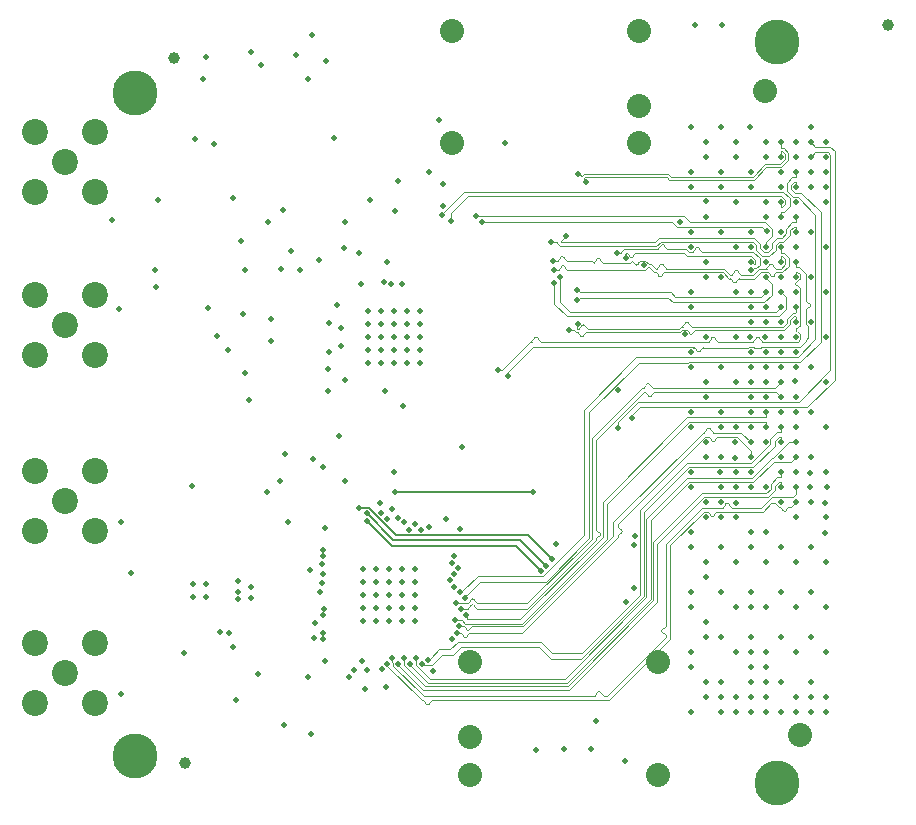
<source format=gbr>
G04 Layer_Physical_Order=3*
G04 Layer_Color=16776960*
%FSLAX26Y26*%
%MOIN*%
%TF.FileFunction,Copper,L3,Inr,Signal*%
%TF.Part,Single*%
G01*
G75*
%TA.AperFunction,Conductor*%
%ADD10C,0.005000*%
%ADD11C,0.004000*%
%TA.AperFunction,SMDPad,CuDef*%
%ADD40C,0.039370*%
%TA.AperFunction,ComponentPad*%
%ADD41C,0.080000*%
%ADD42C,0.150000*%
%ADD43C,0.086614*%
%ADD44C,0.039370*%
%TA.AperFunction,ViaPad*%
%ADD45C,0.020000*%
%ADD46C,0.019685*%
D10*
X5953062Y6576000D02*
X6042562Y6486500D01*
X6457643Y6470771D02*
X6545207Y6383207D01*
X6444000Y6450000D02*
X6528000Y6366000D01*
X6034564Y6470771D02*
X6457643D01*
X5947000Y6558334D02*
X6034564Y6470771D01*
X6485563Y6486500D02*
X6564395Y6407667D01*
X5921622Y6576000D02*
X5953062D01*
X5946000Y6534000D02*
X6030000Y6450000D01*
X6444000D01*
X6042562Y6486500D02*
X6485563D01*
X6039000Y6630000D02*
X6500000D01*
D11*
X6869445Y6976000D02*
G03*
X6876945Y6983500I0J7500D01*
G01*
X6891945D02*
G03*
X6876945Y6983500I-7500J0D01*
G01*
X6891945D02*
G03*
X6899445Y6976000I7500J0D01*
G01*
X6284528Y6258000D02*
G03*
X6292028Y6265500I0J7500D01*
G01*
X6307028D02*
G03*
X6292028Y6265500I-7500J0D01*
G01*
X6307028D02*
G03*
X6314528Y6258000I7500J0D01*
G01*
X6284000Y6239000D02*
G03*
X6291500Y6246500I0J7500D01*
G01*
X6306500D02*
G03*
X6291500Y6246500I-7500J0D01*
G01*
X6306500D02*
G03*
X6314000Y6239000I7500J0D01*
G01*
X6718000Y6480390D02*
G03*
X6710500Y6472890I0J-7500D01*
G01*
X6718000Y6480390D02*
G03*
X6718000Y6495390I0J7500D01*
G01*
X6710500Y6502890D02*
G03*
X6718000Y6495390I7500J0D01*
G01*
X6882744Y6954500D02*
G03*
X6875244Y6962000I-7500J0D01*
G01*
X6882744Y6954500D02*
G03*
X6897744Y6954500I7500J0D01*
G01*
X6905244Y6962000D02*
G03*
X6897744Y6954500I0J-7500D01*
G01*
X6277441Y6175500D02*
G03*
X6269941Y6183000I-7500J0D01*
G01*
X6277441Y6175500D02*
G03*
X6292441Y6175500I7500J0D01*
G01*
X6299941Y6183000D02*
G03*
X6292441Y6175500I0J-7500D01*
G01*
X7071574Y6827000D02*
G03*
X7079074Y6834500I0J7500D01*
G01*
X7094074D02*
G03*
X7079074Y6834500I-7500J0D01*
G01*
X7094074D02*
G03*
X7101574Y6827000I7500J0D01*
G01*
X6790336Y6490501D02*
G03*
X6782836Y6483001I0J-7500D01*
G01*
X6790336Y6490501D02*
G03*
X6790336Y6505501I0J7500D01*
G01*
X6782836Y6513001D02*
G03*
X6790336Y6505501I7500J0D01*
G01*
X7094873Y6805500D02*
G03*
X7087373Y6813000I-7500J0D01*
G01*
X7094873Y6805500D02*
G03*
X7109873Y6805500I7500J0D01*
G01*
X7117373Y6813000D02*
G03*
X7109873Y6805500I0J-7500D01*
G01*
X6268500Y6151500D02*
G03*
X6261000Y6159000I-7500J0D01*
G01*
X6268500Y6151500D02*
G03*
X6283500Y6151500I7500J0D01*
G01*
X6291000Y6159000D02*
G03*
X6283500Y6151500I0J-7500D01*
G01*
X6821500Y7417500D02*
G03*
X6836500Y7417500I7500J0D01*
G01*
X6821500D02*
G03*
X6814000Y7425000I-7500J0D01*
G01*
X7026074Y7415926D02*
G03*
X7026000Y7416000I-74J0D01*
G01*
X6844000Y7425000D02*
G03*
X6836500Y7417500I0J-7500D01*
G01*
X6918201Y7439000D02*
G03*
X6925701Y7446500I0J7500D01*
G01*
X6940701D02*
G03*
X6925701Y7446500I-7500J0D01*
G01*
X7034373Y7430000D02*
G03*
X7041873Y7437500I0J7500D01*
G01*
X7056873D02*
G03*
X7064373Y7430000I7500J0D01*
G01*
X6940701Y7446500D02*
G03*
X6948201Y7439000I7500J0D01*
G01*
X7056873Y7437500D02*
G03*
X7041873Y7437500I-7500J0D01*
G01*
X7156074Y6584500D02*
G03*
X7141074Y6584500I-7500J0D01*
G01*
X7156074D02*
G03*
X7163574Y6577000I7500J0D01*
G01*
X7133574D02*
G03*
X7141074Y6584500I0J7500D01*
G01*
X6936500Y6173623D02*
G03*
X6944000Y6181123I0J7500D01*
G01*
X6936500Y6173623D02*
G03*
X6936500Y6158623I0J-7500D01*
G01*
X6944000Y6151123D02*
G03*
X6936500Y6158623I-7500J0D01*
G01*
X6728363Y5956805D02*
G03*
X6713363Y5956805I-7500J0D01*
G01*
X6728363D02*
G03*
X6735863Y5949305I7500J0D01*
G01*
X6705863D02*
G03*
X6713363Y5956805I0J7500D01*
G01*
X6917340Y7354500D02*
G03*
X6909840Y7362000I-7500J0D01*
G01*
X6586000Y7369000D02*
G03*
X6593500Y7376500I0J7500D01*
G01*
X6608500D02*
G03*
X6593500Y7376500I-7500J0D01*
G01*
X6608500D02*
G03*
X6616000Y7369000I7500J0D01*
G01*
X7166127Y7333500D02*
G03*
X7181127Y7333500I7500J0D01*
G01*
X7166127D02*
G03*
X7158627Y7341000I-7500J0D01*
G01*
X6917340Y7354500D02*
G03*
X6932340Y7354500I7500J0D01*
G01*
X6939840Y7362000D02*
G03*
X6932340Y7354500I0J-7500D01*
G01*
X7188627Y7341000D02*
G03*
X7181127Y7333500I0J-7500D01*
G01*
X7292098Y7354500D02*
G03*
X7307098Y7354500I7500J0D01*
G01*
X7314598Y7362000D02*
G03*
X7307098Y7354500I0J-7500D01*
G01*
X7292098D02*
G03*
X7284598Y7362000I-7500J0D01*
G01*
X6838127Y7393500D02*
G03*
X6853127Y7393500I7500J0D01*
G01*
X6583787Y7399000D02*
G03*
X6591287Y7406500I0J7500D01*
G01*
X6606287D02*
G03*
X6591287Y7406500I-7500J0D01*
G01*
X6606287D02*
G03*
X6613787Y7399000I7500J0D01*
G01*
X6725872Y7400500D02*
G03*
X6733372Y7393000I7500J0D01*
G01*
X6703372D02*
G03*
X6710872Y7400500I0J7500D01*
G01*
X6838127Y7393500D02*
G03*
X6830627Y7401000I-7500J0D01*
G01*
X6725872Y7400500D02*
G03*
X6710872Y7400500I-7500J0D01*
G01*
X6860627Y7401000D02*
G03*
X6853127Y7393500I0J-7500D01*
G01*
X7163598Y7353000D02*
G03*
X7171098Y7360500I0J7500D01*
G01*
X6937311Y7381500D02*
G03*
X6944811Y7374000I7500J0D01*
G01*
X6914811D02*
G03*
X6922311Y7381500I0J7500D01*
G01*
X7186098Y7360500D02*
G03*
X7171098Y7360500I-7500J0D01*
G01*
X7186098D02*
G03*
X7193598Y7353000I7500J0D01*
G01*
X6937311Y7381500D02*
G03*
X6922311Y7381500I-7500J0D01*
G01*
X7302127D02*
G03*
X7309627Y7374000I7500J0D01*
G01*
X7279627D02*
G03*
X7287127Y7381500I0J7500D01*
G01*
X7302127D02*
G03*
X7287127Y7381500I-7500J0D01*
G01*
X7046127Y7103500D02*
G03*
X7061127Y7103500I7500J0D01*
G01*
X7046127D02*
G03*
X7038627Y7111000I-7500J0D01*
G01*
X7068627D02*
G03*
X7061127Y7103500I0J-7500D01*
G01*
X7417115Y7142249D02*
G03*
X7411000Y7131503I6385J-10746D01*
G01*
X7418500Y7244003D02*
G03*
X7411000Y7236503I0J-7500D01*
G01*
X7418500Y7244003D02*
G03*
X7418500Y7259003I0J7500D01*
G01*
X7411000Y7266503D02*
G03*
X7418500Y7259003I7500J0D01*
G01*
X6496570Y7131000D02*
G03*
X6504070Y7138500I0J7500D01*
G01*
X6519070D02*
G03*
X6526570Y7131000I7500J0D01*
G01*
X6519070Y7138500D02*
G03*
X6504070Y7138500I-7500J0D01*
G01*
X7086497Y7130000D02*
G03*
X7093997Y7137500I0J7500D01*
G01*
X7108997D02*
G03*
X7116497Y7130000I7500J0D01*
G01*
X7108997Y7137500D02*
G03*
X7093997Y7137500I-7500J0D01*
G01*
X7235627Y7130000D02*
G03*
X7243127Y7137500I0J7500D01*
G01*
X7258127D02*
G03*
X7243127Y7137500I-7500J0D01*
G01*
X7258127D02*
G03*
X7265627Y7130000I7500J0D01*
G01*
X7392000Y7154373D02*
G03*
X7384500Y7161873I-7500J0D01*
G01*
Y7176873D02*
G03*
X7384500Y7161873I0J-7500D01*
G01*
Y7176873D02*
G03*
X7392000Y7184373I0J7500D01*
G01*
X7383500Y7331127D02*
G03*
X7383500Y7316127I0J-7500D01*
G01*
X7391000Y7308627D02*
G03*
X7383500Y7316127I-7500J0D01*
G01*
Y7331127D02*
G03*
X7391000Y7338627I0J7500D01*
G01*
X6653389Y7172000D02*
G03*
X6660889Y7179500I0J7500D01*
G01*
X6675889D02*
G03*
X6683389Y7172000I7500J0D01*
G01*
X6675889Y7179500D02*
G03*
X6660889Y7179500I-7500J0D01*
G01*
X7021730Y7187500D02*
G03*
X7029230Y7180000I7500J0D01*
G01*
X6999230D02*
G03*
X7006730Y7187500I0J7500D01*
G01*
X7021730D02*
G03*
X7006730Y7187500I-7500J0D01*
G01*
X6656747Y7154500D02*
G03*
X6671747Y7154500I7500J0D01*
G01*
X6656747D02*
G03*
X6649247Y7162000I-7500J0D01*
G01*
X6679247D02*
G03*
X6671747Y7154500I0J-7500D01*
G01*
X7020873Y7162500D02*
G03*
X7035873Y7162500I7500J0D01*
G01*
X7043373Y7170000D02*
G03*
X7035873Y7162500I0J-7500D01*
G01*
X7020873D02*
G03*
X7013373Y7170000I-7500J0D01*
G01*
X6142564Y5927805D02*
G03*
X6135064Y5935305I-7500J0D01*
G01*
X6142564Y5927805D02*
G03*
X6157564Y5927805I7500J0D01*
G01*
X6165064Y5935305D02*
G03*
X6157564Y5927805I0J-7500D01*
G01*
X7091873Y6555500D02*
G03*
X7084373Y6563000I-7500J0D01*
G01*
X7091873Y6555500D02*
G03*
X7106873Y6555500I7500J0D01*
G01*
X7114373Y6563000D02*
G03*
X7106873Y6555500I0J-7500D01*
G01*
X7331873Y6572500D02*
G03*
X7324373Y6580000I-7500J0D01*
G01*
X7331873Y6572500D02*
G03*
X7346873Y6572500I7500J0D01*
G01*
X7354373Y6580000D02*
G03*
X7346873Y6572500I0J-7500D01*
G01*
X7326000Y6680343D02*
Y6696000D01*
X7323657Y6678000D02*
X7326000Y6680343D01*
X7314544Y6678000D02*
X7323657D01*
X6768836Y6529262D02*
X7066574Y6827000D01*
X6464722Y6191000D02*
X6747997Y6474275D01*
X6275515Y6191000D02*
X6464722D01*
X7273657Y6864000D02*
X7276000Y6861657D01*
X7195000Y6827000D02*
X7226000Y6796000D01*
X6276000Y6219000D02*
X6278970Y6216030D01*
X6892613Y6535240D02*
X7020373Y6663000D01*
X7307334Y6650991D02*
X7320343Y6664000D01*
X7323657D02*
X7326000Y6661657D01*
X7320343Y6664000D02*
X7323657D01*
X7326000Y6646000D02*
Y6661657D01*
X6914613Y6262961D02*
Y6457240D01*
X7307334Y6634908D02*
Y6650991D01*
X7293334Y6656790D02*
X7314544Y6678000D01*
X7284426Y6612000D02*
X7307334Y6634908D01*
X6900613Y6463039D02*
X7063574Y6626000D01*
X6070213Y6054325D02*
Y6076458D01*
X7293334Y6640707D02*
Y6656790D01*
X7278627Y6626000D02*
X7293334Y6640707D01*
X6914613Y6457240D02*
X7069373Y6612000D01*
X6944000Y6457426D02*
X7063574Y6577000D01*
X7307657Y6592024D02*
X7310000Y6589681D01*
Y6589373D02*
X7319373Y6580000D01*
X6279884Y6287004D02*
X6323880Y6331000D01*
X6275102Y6281487D02*
X6279884Y6286268D01*
Y6287004D01*
X6257787Y6296842D02*
X6262117D01*
X7217127Y7081000D02*
X7218127Y7080000D01*
X6782836Y6523463D02*
X7072373Y6813000D01*
X7180627D02*
X7226000Y6767627D01*
X6468036Y6183000D02*
X6768836Y6483799D01*
X6853373Y7061000D02*
X7018373D01*
X7373373Y7626000D02*
X7395497D01*
X6669500Y6903997D02*
X6845503Y7080000D01*
X7391497Y7062000D02*
X7460000Y7130503D01*
X6534627Y6350000D02*
X6669500Y6484873D01*
X7032627Y7080000D02*
X7033627Y7081000D01*
X7236188Y7390142D02*
X7239657D01*
X7242000Y7392485D01*
X7230843Y7369000D02*
X7237985Y7376142D01*
X7310000Y6962000D02*
X7326000Y6946000D01*
X6241000Y6203000D02*
X6263515D01*
X6458924Y6205000D02*
X6733997Y6480074D01*
X6278970Y6207343D02*
Y6216030D01*
X6733997Y6596424D02*
X7015574Y6878000D01*
X7482627Y7762000D02*
X7492000Y7752627D01*
X6829000Y6875130D02*
X6832061Y6878191D01*
Y6885634D01*
X6858427Y6912000D01*
X7242000Y7392485D02*
Y7402627D01*
X7004574Y7425000D02*
X7013574Y7416000D01*
X7226000Y7396000D02*
X7230330D01*
X7236188Y7390142D01*
X7228627Y7416000D02*
X7242000Y7402627D01*
X6747182Y5949305D02*
X6944000Y6146123D01*
X6958000Y6451627D02*
X7069373Y6563000D01*
X6463835Y6159000D02*
X6782836Y6478001D01*
X7226000Y6746000D02*
Y6767627D01*
X6267634Y6301624D02*
X6316010Y6350000D01*
X6262117Y6296842D02*
X6266898Y6301624D01*
X6267634D01*
X7295563Y6592024D02*
X7307657D01*
X7266539Y6563000D02*
X7295563Y6592024D01*
X7310000Y6589373D02*
Y6589681D01*
X7360000Y6580000D02*
X7376000Y6596000D01*
X6480811Y6258000D02*
X6696500Y6473689D01*
Y6808055D02*
X6864445Y6976000D01*
X7306000D02*
X7326000Y6996000D01*
X6696500Y6473689D02*
Y6808055D01*
X6710500Y6802256D02*
X6870244Y6962000D01*
X6481610Y6239000D02*
X6710500Y6467890D01*
X6275102Y6277158D02*
Y6281487D01*
X6542497Y6331000D02*
X6688500Y6477003D01*
X7033627Y7081000D02*
X7217127D01*
X6845503Y7080000D02*
X7032627D01*
X7346000Y7633574D02*
X7367574Y7612000D01*
X7218127Y7080000D02*
X7382627D01*
X7018373Y7061000D02*
X7019373Y7062000D01*
X6809000Y7423762D02*
Y7425000D01*
X6807895Y7419343D02*
Y7422657D01*
Y7419343D02*
X6807939Y7419299D01*
Y7412061D02*
Y7419299D01*
Y7412061D02*
X6811000Y7409000D01*
X7234426Y7430000D02*
X7256000Y7408426D01*
X7010373Y7439000D02*
X7019373Y7430000D01*
X6780094Y7427094D02*
X6792533D01*
X6779000Y7426000D02*
X6780094Y7427094D01*
X6807895Y7422657D02*
X6809000Y7423762D01*
X6795000Y7429561D02*
Y7430799D01*
X6792533Y7427094D02*
X6795000Y7429561D01*
X6864445Y6976000D02*
X6869445D01*
X6899445D02*
X7306000D01*
X6244528Y6258000D02*
X6284528D01*
X6314528D02*
X6480811D01*
X6259000Y6239000D02*
X6284000D01*
X6314000D02*
X6481610D01*
X6710500Y6467890D02*
Y6472890D01*
Y6502890D02*
Y6802256D01*
X6870244Y6962000D02*
X6875244D01*
X6905244D02*
X7310000D01*
X6281314Y6205000D02*
X6458924D01*
X6278970Y6207343D02*
X6281314Y6205000D01*
X6733997Y6480074D02*
Y6596424D01*
X7015574Y6878000D02*
X7273657D01*
X6747997Y6474275D02*
Y6590625D01*
X7021373Y6864000D02*
X7273657D01*
X6747997Y6590625D02*
X7021373Y6864000D01*
X6263515Y6203000D02*
X6275515Y6191000D01*
X6254941Y6183000D02*
X6269941D01*
X6299941D02*
X6468036D01*
X7066574Y6827000D02*
X7071574D01*
X7101574D02*
X7195000D01*
X6782836Y6478001D02*
Y6483001D01*
Y6513001D02*
Y6523463D01*
X7072373Y6813000D02*
X7087373D01*
X7117373D02*
X7180627D01*
X6246000Y6159000D02*
X6261000D01*
X6291000D02*
X6463835D01*
X7020373Y6663000D02*
X7235426D01*
X6892613Y6272074D02*
Y6535240D01*
X7063574Y6626000D02*
X7278627D01*
X7069373Y6612000D02*
X7284426D01*
X6944000Y6181123D02*
Y6457426D01*
X6958000Y6140324D02*
Y6451627D01*
X6669500Y6484873D02*
Y6903997D01*
X6316010Y6350000D02*
X6534627D01*
X6688500Y6477003D02*
Y6896127D01*
X6323880Y6331000D02*
X6542497D01*
X6688500Y6896127D02*
X6853373Y7061000D01*
X7019373Y7062000D02*
X7391497D01*
X6768836Y6483799D02*
Y6529262D01*
X7301373Y6744000D02*
X7353373Y6796000D01*
X7376000D01*
X7360000Y6730000D02*
X7376000Y6746000D01*
X7273657Y6878000D02*
X7276000Y6880343D01*
Y6896000D01*
Y6846000D02*
Y6861657D01*
X7382627Y7080000D02*
X7442000Y7139373D01*
X7460000Y7130503D02*
Y7561497D01*
X7395497Y7626000D02*
X7460000Y7561497D01*
X7367574Y7612000D02*
X7382627D01*
X7442000Y7552627D01*
Y7139373D02*
Y7552627D01*
X7491497Y7780000D02*
X7505927Y7765570D01*
X7442000Y7762000D02*
X7482627D01*
X7426000Y7746000D02*
X7442000Y7762000D01*
X7426000Y7796000D02*
X7442000Y7780000D01*
X7491497D01*
X7492000Y7034627D02*
Y7752627D01*
X6849557Y6930000D02*
X7387373D01*
X7492000Y7034627D01*
X6858427Y6912000D02*
X7414627D01*
X7505927Y7003300D01*
Y7765570D01*
X6784000Y6844000D02*
Y6864443D01*
X6849557Y6930000D01*
X7360000Y7639373D02*
X7373373Y7626000D01*
X7360000Y7639373D02*
Y7653657D01*
X7370343Y7664000D01*
X7373657D01*
X7376000Y7661657D01*
Y7646000D02*
Y7661657D01*
Y7680343D02*
Y7696000D01*
X7346000Y7633574D02*
Y7659456D01*
X7373657Y7678000D02*
X7376000Y7680343D01*
X7346000Y7659456D02*
X7364544Y7678000D01*
X7373657D01*
X7026147Y7416000D02*
X7228627D01*
X6809000Y7425000D02*
X6814000D01*
X7026074Y7415926D02*
X7026147Y7416000D01*
X6844000Y7425000D02*
X7004574D01*
X7013574Y7416000D02*
X7026000D01*
X7237985Y7376142D02*
X7245456D01*
X7256000Y7386686D01*
Y7408426D01*
X7019373Y7430000D02*
X7034373D01*
X7064373D02*
X7234426D01*
X6948201Y7439000D02*
X7010373D01*
X7227000Y7369000D02*
X7230843D01*
X7376000Y6623000D02*
Y6646000D01*
X7366000Y6613000D02*
X7376000Y6623000D01*
X7260740Y6577000D02*
X7296740Y6613000D01*
X7366000D01*
X7235426Y6663000D02*
X7302426Y6730000D01*
X7360000D01*
X7229627Y6677000D02*
X7296627Y6744000D01*
X7301373D01*
X7163574Y6577000D02*
X7260740D01*
X7063574D02*
X7133574D01*
X6944000Y6146123D02*
Y6151123D01*
X6735863Y5949305D02*
X6747182D01*
X6135863D02*
X6705863D01*
X6030842Y6064129D02*
Y6076458D01*
Y6064129D02*
X6034528Y6060444D01*
Y6050640D02*
X6135863Y5949305D01*
X6034528Y6050640D02*
Y6060444D01*
X6015500Y6049869D02*
Y6056844D01*
Y6049869D02*
X6130064Y5935305D01*
X6050528Y6054211D02*
Y6057268D01*
X6070213Y6054325D02*
X6140538Y5984000D01*
X6089898Y6053676D02*
Y6057268D01*
X6570000Y7370000D02*
X6571000Y7369000D01*
X6875627D02*
X6885077Y7378450D01*
X6888391D02*
X6904840Y7362000D01*
X6885077Y7378450D02*
X6888391D01*
X7132627Y7362000D02*
X7153627Y7341000D01*
X7238598D02*
X7259598Y7362000D01*
X7326000Y7429343D02*
Y7446000D01*
X7328343Y7427000D02*
X7336627D01*
X7326000Y7429343D02*
X7328343Y7427000D01*
X7331598Y7362000D02*
X7354000Y7384402D01*
Y7409627D01*
X7336627Y7427000D02*
X7354000Y7409627D01*
X7137598Y7374000D02*
X7158598Y7353000D01*
X7233627D02*
X7254627Y7374000D01*
X7326627D02*
X7342000Y7389373D01*
X6886178Y7390450D02*
X6893361D01*
X6875627Y7401000D02*
X6886178Y7390450D01*
X6893361D02*
X6909811Y7374000D01*
X7326000Y7396000D02*
Y7412657D01*
X7342000Y7389373D02*
Y7404657D01*
X7326000Y7412657D02*
X7328343Y7415000D01*
X7331657D01*
X7342000Y7404657D01*
X6571000Y7369000D02*
X6586000D01*
X6904840Y7362000D02*
X6909840D01*
X6616000Y7369000D02*
X6875627D01*
X7153627Y7341000D02*
X7158627D01*
X7188627D02*
X7238598D01*
X6939840Y7362000D02*
X7132627D01*
X7314598D02*
X7331598D01*
X7259598D02*
X7284598D01*
X6733372Y7393000D02*
X6822627D01*
X6830627Y7401000D01*
X6568787Y7399000D02*
X6583787D01*
X6613787D02*
X6697372D01*
X6703372Y7393000D01*
X6860627Y7401000D02*
X6875627D01*
X6909811Y7374000D02*
X6914811D01*
X7158598Y7353000D02*
X7163598D01*
X6944811Y7374000D02*
X7137598D01*
X7193598Y7353000D02*
X7233627D01*
X7254627Y7374000D02*
X7279627D01*
X7309627D02*
X7326627D01*
X6559000Y7464000D02*
X6578331D01*
X6580674Y7458562D02*
X6591218Y7448017D01*
X6580674Y7458562D02*
Y7461657D01*
X6578331Y7464000D02*
X6580674Y7461657D01*
X7243151Y7436423D02*
Y7451476D01*
X7232627Y7462000D02*
X7243151Y7451476D01*
Y7436423D02*
X7263574Y7416000D01*
X7288426D01*
X7310000Y7437574D01*
Y7452627D01*
X7320524Y7463151D01*
X7335577D01*
X7357910Y7485484D01*
Y7501567D01*
X7370343Y7514000D01*
X7373657D01*
X7376000Y7511657D01*
Y7496000D02*
Y7511657D01*
X7257151Y7442222D02*
Y7457275D01*
Y7442222D02*
X7269373Y7430000D01*
X7282627D01*
X7296000Y7443373D01*
Y7458426D01*
X7314725Y7477151D01*
X7329778D01*
X7343910Y7491283D01*
Y7507366D01*
X7364544Y7528000D01*
X7373657D01*
X7376000Y7530343D01*
Y7546000D01*
X7264500Y7512000D02*
X7277500Y7499000D01*
X7276000Y7446000D02*
X7276343Y7446343D01*
Y7462000D02*
X7296000Y7481657D01*
X7276343Y7446343D02*
Y7462000D01*
X7296000Y7481657D02*
Y7506343D01*
X7273343Y7529000D02*
X7296000Y7506343D01*
X7277500Y7497500D02*
Y7499000D01*
X6192627Y7552000D02*
X6198051D01*
X7326000Y7546000D02*
Y7561657D01*
X7089426Y7630000D02*
X7334426D01*
X7326000Y7561657D02*
X7328343Y7564000D01*
X6271627Y7631000D02*
X7088426D01*
X7089426Y7630000D01*
X7328343Y7564000D02*
X7337456D01*
X7356000Y7582544D01*
X7334426Y7630000D02*
X7356000Y7608426D01*
Y7582544D02*
Y7608426D01*
X6227000Y7533728D02*
X6227364Y7533364D01*
X6227000Y7559503D02*
X6284497Y7617000D01*
X6227000Y7533728D02*
Y7559503D01*
X7326000Y7580343D02*
X7328343Y7578000D01*
X7331657D01*
X7342000Y7588343D01*
X7083627Y7616000D02*
X7328627D01*
X7326000Y7580343D02*
Y7596000D01*
X6284497Y7617000D02*
X7082627D01*
X7083627Y7616000D01*
X7328627D02*
X7342000Y7602627D01*
Y7588343D02*
Y7602627D01*
X6192627Y7552000D02*
X6271627Y7631000D01*
X7310000Y7230000D02*
X7326000Y7246000D01*
X6590000Y7346000D02*
X6592013Y7343987D01*
X7320000Y7216000D02*
X7343000Y7239000D01*
Y7279000D01*
X7326000Y7296000D02*
X7343000Y7279000D01*
X6570000Y7325000D02*
X6572014Y7322986D01*
X6652061Y7684939D02*
X6660175D01*
X6661376Y7683737D01*
X6649000Y7688000D02*
X6652061Y7684939D01*
X6661376Y7683737D02*
X6664690D01*
X6959063Y7680000D02*
X7232627D01*
X6664690Y7683737D02*
X6669952Y7689000D01*
X7232627Y7680000D02*
X7274595Y7721967D01*
X6950063Y7689000D02*
X6959063Y7680000D01*
X6669952Y7689000D02*
X6950063D01*
X7274595Y7721967D02*
X7324595D01*
X7326000Y7746000D02*
Y7763673D01*
X7328343Y7766016D01*
X7331657D01*
X7324595Y7721967D02*
X7342000Y7739373D01*
Y7755673D01*
X7331657Y7766016D02*
X7342000Y7755673D01*
X6671738Y7676689D02*
X6674081Y7679033D01*
X6678033Y7663033D02*
Y7667081D01*
X6671738Y7673376D02*
Y7676689D01*
Y7673376D02*
X6678033Y7667081D01*
X6954935Y7670033D02*
X7236756D01*
X7278724Y7712000D01*
X6945935Y7679033D02*
X6954935Y7670033D01*
X6674081Y7679033D02*
X6945935D01*
X7278724Y7712000D02*
X7328724D01*
X7326000Y7778327D02*
Y7796000D01*
X7328343Y7775984D02*
X7335785D01*
X7326000Y7778327D02*
X7328343Y7775984D01*
X7328724Y7712000D02*
X7351967Y7735244D01*
Y7759802D01*
X7335785Y7775984D02*
X7351967Y7759802D01*
X6416097Y7016584D02*
X6417681Y7015000D01*
X6416097Y7016584D02*
Y7028657D01*
X6499440Y7112000D01*
X7032627D01*
X7033627Y7111000D01*
X7218373D02*
X7219373Y7112000D01*
X7237479D01*
X7238488Y7110991D02*
X7260257D01*
X7237479Y7112000D02*
X7238488Y7110991D01*
X7260257D02*
X7261266Y7112000D01*
X7391497D01*
X7410000Y7189373D02*
Y7202627D01*
X7416074Y7142249D02*
Y7183299D01*
X7410000Y7189373D02*
X7416074Y7183299D01*
X7410000Y7202627D02*
X7411000Y7203627D01*
X7376000Y7380343D02*
X7378343Y7378000D01*
X7410000Y7311497D02*
Y7355456D01*
X7378343Y7378000D02*
X7387456D01*
X7376000Y7380343D02*
Y7396000D01*
X7387456Y7378000D02*
X7410000Y7355456D01*
Y7311497D02*
X7411000Y7310497D01*
X6384000Y7036000D02*
X6385029Y7037029D01*
X6397599D01*
X6491570Y7131000D01*
X7040497D02*
X7041497Y7130000D01*
X7215373D02*
X7216373Y7129000D01*
X7229627D02*
X7230627Y7130000D01*
X7216373Y7129000D02*
X7229627D01*
X7382627Y7130000D02*
X7392000Y7139373D01*
X7376000Y7346000D02*
Y7361657D01*
X7378343Y7364000D01*
X7381657D01*
X7391000Y7338627D02*
Y7354657D01*
X7392000Y7184373D02*
Y7302627D01*
X7391000Y7303627D02*
X7392000Y7302627D01*
X7381657Y7364000D02*
X7391000Y7354657D01*
X7033627Y7111000D02*
X7038627D01*
X7068627D02*
X7218373D01*
X7391497Y7112000D02*
X7411000Y7131503D01*
Y7203627D02*
Y7236503D01*
Y7266503D02*
Y7310497D01*
X6491570Y7131000D02*
X6496570D01*
X7116497Y7130000D02*
X7215373D01*
X7041497D02*
X7086497D01*
X6526570Y7131000D02*
X7040497D01*
X7230627Y7130000D02*
X7235627D01*
X7265627D02*
X7382627D01*
X7392000Y7139373D02*
Y7154373D01*
X7391000Y7303627D02*
Y7308627D01*
X7018373Y7281000D02*
X7019373Y7280000D01*
X7032627D01*
X6960119Y7296500D02*
X6975619Y7281000D01*
X7018373D01*
X7168373D02*
X7169373Y7280000D01*
X7260000D01*
X7032627D02*
X7033627Y7281000D01*
X7260000Y7280000D02*
X7276000Y7296000D01*
X6647000Y7304000D02*
X6649843D01*
X6657343Y7296500D02*
X6960119D01*
X7033627Y7281000D02*
X7168373D01*
X6649843Y7304000D02*
X6657343Y7296500D01*
X6648000Y7270000D02*
X6650843D01*
X6658343Y7277500D01*
X6952249D01*
X6967749Y7262000D02*
X7270426D01*
X6952249Y7277500D02*
X6967749Y7262000D01*
X7270426D02*
X7296000Y7287574D01*
X7276000Y7344083D02*
Y7346000D01*
X7296000Y7287574D02*
Y7324083D01*
X7276000Y7344083D02*
X7296000Y7324083D01*
X6646046Y7174343D02*
X6648389Y7172000D01*
X6646046Y7174343D02*
Y7177657D01*
X6646939Y7178550D01*
Y7184939D01*
X6986230Y7172000D02*
X6994230Y7180000D01*
X6646939Y7184939D02*
X6650000Y7188000D01*
X7332627Y7180000D02*
X7345879Y7193251D01*
Y7205678D01*
X7366201Y7226000D01*
X7373657D02*
X7376000Y7228343D01*
X7366201Y7226000D02*
X7373657D01*
X7376000Y7228343D02*
Y7246000D01*
X6622000Y7170000D02*
X6622590Y7170590D01*
X6635657D01*
X6644247Y7162000D01*
X6990373D02*
X6998373Y7170000D01*
X7336770D02*
X7355879Y7189109D01*
Y7201536D01*
X7370343Y7216000D01*
X7373657D01*
X7376000Y7196000D02*
Y7213657D01*
X7373657Y7216000D02*
X7376000Y7213657D01*
X6648389Y7172000D02*
X6653389D01*
X6683389D02*
X6986230D01*
X7029230Y7180000D02*
X7332627D01*
X6994230D02*
X6999230D01*
X6644247Y7162000D02*
X6649247D01*
X6679247D02*
X6990373D01*
X7043373Y7170000D02*
X7336770D01*
X6998373D02*
X7013373D01*
X6795000Y7430799D02*
X6803201Y7439000D01*
X6918201D01*
X6591218Y7448017D02*
X6911931D01*
X6963000Y7531000D02*
X6982000Y7512000D01*
X6330000Y7531000D02*
X6963000D01*
X6982000Y7512000D02*
X7264500D01*
X6911931Y7448017D02*
X6925914Y7462000D01*
X7232627D01*
X7004123Y7548000D02*
X7023123Y7529000D01*
X7273343D01*
X7238426Y7476000D02*
X7257151Y7457275D01*
X6594674Y7467674D02*
X6610000Y7483000D01*
X6594674Y7464360D02*
Y7467674D01*
Y7464360D02*
X6597017Y7462017D01*
X6906133D01*
X6920115Y7476000D01*
X7238426D01*
X7277500Y7499000D02*
X7279000D01*
X7277500Y7497500D02*
X7279000Y7499000D01*
X6309000Y7548000D02*
X7004123D01*
X6572014Y7256317D02*
Y7322986D01*
Y7256317D02*
X6612331Y7216000D01*
X7320000D01*
X6592013Y7263188D02*
Y7343987D01*
Y7263188D02*
X6625201Y7230000D01*
X7310000D01*
X6752981Y5935305D02*
X6958000Y6140324D01*
X6130064Y5935305D02*
X6135064D01*
X6165064D02*
X6752981D01*
X7069373Y6563000D02*
X7084373D01*
X7114373D02*
X7266539D01*
X7319373Y6580000D02*
X7324373D01*
X7354373D02*
X7360000D01*
X6050528Y6054211D02*
X6134739Y5970000D01*
X6621651D01*
X6914613Y6262961D01*
X6089898Y6053676D02*
X6150941Y5992632D01*
X6613171D01*
X6149939Y6071000D02*
X6154268D01*
X6159237Y6075969D01*
X6159597D01*
X6188356Y6104728D01*
X6133061Y6052939D02*
X6141130D01*
X6142069Y6052000D01*
X6162498D01*
X6196226Y6085728D01*
X7234426Y6712000D02*
X7306000Y6783574D01*
Y6799657D01*
X7326000Y6796000D02*
Y6811657D01*
X7306000Y6799657D02*
X7320343Y6814000D01*
X7323657D01*
X7326000Y6811657D01*
X6856613Y6569039D02*
X7013574Y6726000D01*
X6856613Y6286985D02*
Y6569039D01*
X7013574Y6726000D02*
X7228627D01*
X7292000Y6789373D01*
Y6805456D02*
X7314544Y6828000D01*
X7292000Y6789373D02*
Y6805456D01*
X7314544Y6828000D02*
X7323657D01*
X7326000Y6830343D01*
Y6846000D01*
X6665684Y6096056D02*
X6856613Y6286985D01*
X6528324Y6131000D02*
X6565435Y6093889D01*
X6663517D01*
X6665684Y6096056D01*
X6878613Y6541039D02*
X7014574Y6677000D01*
X7229627D01*
X6870613Y6563240D02*
X7019373Y6712000D01*
X7234426D01*
X6140538Y5984000D02*
X6615853D01*
X6900613Y6268760D02*
Y6463039D01*
X6615853Y5984000D02*
X6900613Y6268760D01*
X6613171Y5992632D02*
X6892613Y6272074D01*
X6130000Y6056000D02*
X6133061Y6052939D01*
X6109583Y6053790D02*
Y6076458D01*
Y6053790D02*
X6156740Y6006632D01*
X6870613Y6281186D02*
Y6563240D01*
X6156740Y6006632D02*
X6607372D01*
X6878613Y6277873D01*
Y6541039D01*
X6662148Y6072722D02*
X6870613Y6281186D01*
X6559732Y6072722D02*
X6662148D01*
X6520454Y6112000D02*
X6559732Y6072722D01*
X6188356Y6104728D02*
X6225165D01*
X6251437Y6131000D01*
X6528324D01*
X6196226Y6085728D02*
X6233035D01*
X6259307Y6112000D01*
X6520454D01*
D40*
X5305000Y8075000D02*
D03*
X5340000Y5725000D02*
D03*
X7685000Y8185000D02*
D03*
X5305000Y8075000D02*
D03*
X7685000Y8185000D02*
D03*
X5340000Y5725000D02*
D03*
D41*
X6855000Y8166221D02*
D03*
Y7916221D02*
D03*
Y7791221D02*
D03*
X6230000D02*
D03*
Y8166221D02*
D03*
X7275000Y7965000D02*
D03*
X7390000Y5820000D02*
D03*
X6292028Y6062190D02*
D03*
Y5812190D02*
D03*
Y5687190D02*
D03*
X6917028D02*
D03*
Y6062190D02*
D03*
D42*
X5175000Y7960000D02*
D03*
X7315000Y8130000D02*
D03*
Y5660000D02*
D03*
X5175000Y5750000D02*
D03*
D43*
X4940500Y7185000D02*
D03*
X5040500Y7085000D02*
D03*
X4840500D02*
D03*
Y7285000D02*
D03*
X5040500D02*
D03*
X4940500Y7730000D02*
D03*
X5040500Y7630000D02*
D03*
X4840500D02*
D03*
Y7830000D02*
D03*
X5040500D02*
D03*
X4940000Y6025000D02*
D03*
X5040000Y5925000D02*
D03*
X4840000D02*
D03*
Y6125000D02*
D03*
X5040000D02*
D03*
X4940500Y6600000D02*
D03*
X5040500Y6500000D02*
D03*
X4840500D02*
D03*
Y6700000D02*
D03*
X5040500D02*
D03*
D44*
X7395000Y5824499D02*
D03*
X7275000Y7965500D02*
D03*
D45*
X7076000Y7601000D02*
D03*
X7176000Y7746000D02*
D03*
X7126000Y7696000D02*
D03*
X7426000Y7646000D02*
D03*
Y7496000D02*
D03*
Y7346000D02*
D03*
X7226000Y7296000D02*
D03*
X7176000D02*
D03*
X7426000Y7196000D02*
D03*
Y7046000D02*
D03*
X7126000D02*
D03*
X7026000D02*
D03*
X7276000Y6946000D02*
D03*
X7076000D02*
D03*
X7026000Y6896000D02*
D03*
X7126000D02*
D03*
X7226000D02*
D03*
X7326000D02*
D03*
X7426000D02*
D03*
X7126000Y6546000D02*
D03*
X7376000Y6696000D02*
D03*
X7326000Y6746000D02*
D03*
X7276000Y6796000D02*
D03*
X7226000Y6846000D02*
D03*
X7176000D02*
D03*
X7026000D02*
D03*
X7426000Y6746000D02*
D03*
X7276000Y6646000D02*
D03*
X7226000D02*
D03*
X7026000D02*
D03*
X7126000Y6596000D02*
D03*
X7076000D02*
D03*
X7176000Y6546000D02*
D03*
X7376000D02*
D03*
X7477000Y6547000D02*
D03*
X7426000Y6446000D02*
D03*
X7326000D02*
D03*
X7276000Y6496000D02*
D03*
X7226000D02*
D03*
Y6446000D02*
D03*
X7126000D02*
D03*
X7076000Y6547000D02*
D03*
X7026000Y6497000D02*
D03*
Y6446000D02*
D03*
X7076000Y6396000D02*
D03*
Y6346000D02*
D03*
X7176000Y6396000D02*
D03*
X7276000D02*
D03*
X7376000D02*
D03*
X7476000D02*
D03*
X7477000Y6247000D02*
D03*
X7426000Y6296000D02*
D03*
X7326000D02*
D03*
X7376000Y6246000D02*
D03*
X7276000D02*
D03*
X7226000Y6296000D02*
D03*
Y6246000D02*
D03*
X7176000D02*
D03*
X7126000Y6296000D02*
D03*
X7026000D02*
D03*
Y6246000D02*
D03*
X7076000Y6196000D02*
D03*
X7226000Y6146000D02*
D03*
X7426000D02*
D03*
X7326000D02*
D03*
X7276000Y5946000D02*
D03*
X7326000Y5996000D02*
D03*
X7276000D02*
D03*
Y6046000D02*
D03*
X7126000Y6146000D02*
D03*
X7076000D02*
D03*
X7026000Y6096000D02*
D03*
X7426000Y5996000D02*
D03*
X7026000Y6046000D02*
D03*
X7176000Y6096000D02*
D03*
X7226000D02*
D03*
Y6046000D02*
D03*
X7276000Y6096000D02*
D03*
X7376000D02*
D03*
X7476000D02*
D03*
Y5946000D02*
D03*
X7426000D02*
D03*
X7376000D02*
D03*
X7226000Y5996000D02*
D03*
X7126000D02*
D03*
X7076000D02*
D03*
X7026000Y5896000D02*
D03*
X7076000Y5946000D02*
D03*
X7126000Y5896000D02*
D03*
X7176000Y5946000D02*
D03*
X7226000D02*
D03*
X7126000D02*
D03*
X7176000Y5896000D02*
D03*
X7226000D02*
D03*
X7276000D02*
D03*
X7326000D02*
D03*
X7376000D02*
D03*
X7426000D02*
D03*
X7476000D02*
D03*
Y7296000D02*
D03*
X7176000Y6696000D02*
D03*
X7476000D02*
D03*
X7376000Y6846000D02*
D03*
X7476000D02*
D03*
Y6996000D02*
D03*
X7374000Y6998000D02*
D03*
X7176000Y6996000D02*
D03*
X7326000Y7046000D02*
D03*
X7226000D02*
D03*
X7276000Y7246000D02*
D03*
X7326000Y7196000D02*
D03*
X7376000Y7146000D02*
D03*
X7476000D02*
D03*
X7376000Y7296000D02*
D03*
X7126000Y7346000D02*
D03*
X7076000D02*
D03*
Y7396000D02*
D03*
X7376000Y7446000D02*
D03*
X7476000D02*
D03*
X7076000Y7546000D02*
D03*
X7126000Y7646000D02*
D03*
X7176000Y7596000D02*
D03*
X7276000D02*
D03*
X7376000D02*
D03*
X7027000Y7647000D02*
D03*
X7276000Y7746000D02*
D03*
X7326000Y7696000D02*
D03*
X7426000D02*
D03*
X7376000Y7746000D02*
D03*
Y7796000D02*
D03*
X7476000Y7746000D02*
D03*
Y7796000D02*
D03*
X7276000D02*
D03*
X7176000D02*
D03*
X7076000D02*
D03*
X7426000Y7846000D02*
D03*
X7225000Y7847000D02*
D03*
X7126000Y7846000D02*
D03*
X7027000Y7847000D02*
D03*
X7473000Y6493000D02*
D03*
X7125000Y6695000D02*
D03*
X7425000Y6693000D02*
D03*
X7126000Y6647000D02*
D03*
X7479000Y6645000D02*
D03*
X7424000Y6647000D02*
D03*
X7174000Y6744000D02*
D03*
Y6797000D02*
D03*
X7128000Y6847000D02*
D03*
X7326000Y7496000D02*
D03*
X7276000Y7546000D02*
D03*
X7176000Y7446000D02*
D03*
X7026000Y7296000D02*
D03*
X5127000Y5955000D02*
D03*
X5128000Y6531000D02*
D03*
X5456000Y6164000D02*
D03*
X5500000Y6112000D02*
D03*
X5336000Y6092000D02*
D03*
X5363000Y6650000D02*
D03*
X5806000Y6511000D02*
D03*
X5948000Y6037500D02*
D03*
X6007083Y6964862D02*
D03*
X6067636Y6917000D02*
D03*
X5874732Y7001732D02*
D03*
X5855000Y6817000D02*
D03*
X5766000Y6739000D02*
D03*
X5552456Y6934456D02*
D03*
X5770000Y6144000D02*
D03*
X5162000Y6358000D02*
D03*
X5518000Y6297000D02*
D03*
X5487695Y6159695D02*
D03*
X5517618Y6272000D02*
D03*
X5518000Y6333000D02*
D03*
X5613000Y6630000D02*
D03*
X5657864Y6666000D02*
D03*
X5873362Y6666636D02*
D03*
X5799864Y6713000D02*
D03*
X5685000Y6530364D02*
D03*
X6256000Y6506000D02*
D03*
X5808000Y6065000D02*
D03*
X5816775Y6967000D02*
D03*
X5542000Y7025000D02*
D03*
X5627000Y7132000D02*
D03*
X5628315Y7206000D02*
D03*
X6013500Y7397000D02*
D03*
X5874500Y7530000D02*
D03*
X5535000Y7222500D02*
D03*
X7476000Y7596000D02*
D03*
X7326000Y7646000D02*
D03*
X7076000Y6995000D02*
D03*
X7226000Y6696000D02*
D03*
X7026000D02*
D03*
X5562000Y8095000D02*
D03*
X5595500Y8053500D02*
D03*
X5409000Y8078000D02*
D03*
X5401500Y8005000D02*
D03*
X5446364Y7151000D02*
D03*
X5485000Y7101658D02*
D03*
X5120886Y7240000D02*
D03*
X5416000Y7244000D02*
D03*
X5096000Y7536841D02*
D03*
X5240114Y7369000D02*
D03*
X5725000Y7371000D02*
D03*
X5786000Y7402000D02*
D03*
X6042000Y7566000D02*
D03*
X6202000Y7656000D02*
D03*
X6201000Y7583000D02*
D03*
X5919000Y7427000D02*
D03*
X6186513Y7870487D02*
D03*
X6154000Y7697000D02*
D03*
X6052000Y7666000D02*
D03*
X5837000Y7809000D02*
D03*
X5872000Y7443000D02*
D03*
X5375000Y7805000D02*
D03*
X5249000Y7602000D02*
D03*
X5243500Y7313500D02*
D03*
X5751000Y6013000D02*
D03*
X7039000Y8186000D02*
D03*
X7131000Y8187000D02*
D03*
X5928425Y7323126D02*
D03*
X6065000Y7324000D02*
D03*
X5861000Y7115472D02*
D03*
Y7174528D02*
D03*
X5848000Y7253000D02*
D03*
X5819000Y7095000D02*
D03*
Y7194000D02*
D03*
X6027000Y7324000D02*
D03*
X5500000Y7610000D02*
D03*
X5662000Y7372000D02*
D03*
X6264000Y6780000D02*
D03*
X5675000Y6756000D02*
D03*
X7226000Y6996000D02*
D03*
X7326000Y6696000D02*
D03*
X7226000Y6796000D02*
D03*
Y6746000D02*
D03*
X7276000Y6896000D02*
D03*
Y6846000D02*
D03*
X7326000Y6946000D02*
D03*
Y6996000D02*
D03*
X7476000Y7696000D02*
D03*
X7076000Y7146000D02*
D03*
X7226000Y7646000D02*
D03*
Y7696000D02*
D03*
X7026000D02*
D03*
X7276000Y7396000D02*
D03*
X7226000Y7446000D02*
D03*
X6837000Y6310870D02*
D03*
Y6451919D02*
D03*
X6840613Y6483947D02*
D03*
X5941677Y5974000D02*
D03*
X5996500Y6040500D02*
D03*
X6577000Y6456720D02*
D03*
X6810000Y6263000D02*
D03*
X7376000Y6796000D02*
D03*
Y6746000D02*
D03*
X7326000Y6646000D02*
D03*
X7376000D02*
D03*
Y6596000D02*
D03*
X7276000Y7096000D02*
D03*
X7026000D02*
D03*
X7226000Y7246000D02*
D03*
X7376000Y7696000D02*
D03*
X7273000Y7146000D02*
D03*
X7276000Y7196000D02*
D03*
X7176000Y7146000D02*
D03*
X5561000Y6312500D02*
D03*
Y6277500D02*
D03*
X7476000Y7646000D02*
D03*
X7226000Y7196000D02*
D03*
X7223000Y7145000D02*
D03*
X7326000Y7096000D02*
D03*
Y7146000D02*
D03*
X7376000Y7046000D02*
D03*
Y7096000D02*
D03*
X7276000Y7046000D02*
D03*
Y6996000D02*
D03*
X7473000Y6593000D02*
D03*
X7176000D02*
D03*
X7177000Y6647000D02*
D03*
X6528000Y6366000D02*
D03*
X6545207Y6383207D02*
D03*
X6564395Y6407667D02*
D03*
X6500000Y6630000D02*
D03*
X7226000Y6946000D02*
D03*
X7376000Y6896000D02*
D03*
Y6946000D02*
D03*
X7126000Y6746000D02*
D03*
X7076000D02*
D03*
X7077000Y6795000D02*
D03*
X6088000Y6503000D02*
D03*
X5801898Y6159047D02*
D03*
X6237000Y6356685D02*
D03*
X5992396Y6560000D02*
D03*
X6071076Y6527972D02*
D03*
X5803213Y6237787D02*
D03*
X5801898Y6434638D02*
D03*
X5773500Y6194000D02*
D03*
X6241000Y6203000D02*
D03*
X6232193Y6391740D02*
D03*
X5921622Y6576000D02*
D03*
X5791000Y6297000D02*
D03*
X6231000Y6138000D02*
D03*
X6259000Y6239000D02*
D03*
X5796000Y6326000D02*
D03*
X5929000Y6066000D02*
D03*
X6127000Y6504000D02*
D03*
X6050528Y6057268D02*
D03*
X6257787Y6296842D02*
D03*
X5990000Y6593000D02*
D03*
X6149939Y6071000D02*
D03*
X5796000Y6390000D02*
D03*
X5801898Y6355898D02*
D03*
Y6139362D02*
D03*
X6089898Y6057268D02*
D03*
X6237000Y6415740D02*
D03*
X6107000Y6524000D02*
D03*
X6155544Y6512000D02*
D03*
X6254941Y6183000D02*
D03*
X6236000Y6313000D02*
D03*
X6013000Y6540000D02*
D03*
X6070213Y6076458D02*
D03*
X5801898Y6218102D02*
D03*
X6030842Y6573842D02*
D03*
Y6076458D02*
D03*
X6246000Y6159000D02*
D03*
X6052000Y6544000D02*
D03*
X5946000Y6534000D02*
D03*
X5801898Y6414953D02*
D03*
X6109583Y6076458D02*
D03*
X6276000Y6219000D02*
D03*
X6275102Y6277158D02*
D03*
X5947000Y6558334D02*
D03*
X6251394Y6377000D02*
D03*
X6244000Y6258000D02*
D03*
X7226000Y7396000D02*
D03*
X7326000Y7346000D02*
D03*
X7226000Y7096000D02*
D03*
X7026000Y7246000D02*
D03*
X7076000Y7746000D02*
D03*
X6227364Y7533364D02*
D03*
X6784000Y6844000D02*
D03*
X6829000Y6875130D02*
D03*
X7426000Y7746000D02*
D03*
Y7796000D02*
D03*
X7026000Y7446000D02*
D03*
X6779000Y7426000D02*
D03*
X6811000Y7409000D02*
D03*
X6869000Y7385000D02*
D03*
X5957000Y7603000D02*
D03*
X6783000Y6968000D02*
D03*
X7006000Y7155000D02*
D03*
X6209000Y6541000D02*
D03*
X5618921Y7529000D02*
D03*
X5668000Y7570000D02*
D03*
X5527000Y7464624D02*
D03*
X5539000Y7371000D02*
D03*
X5710500Y8085000D02*
D03*
X5765000Y8152000D02*
D03*
X5812000Y8065000D02*
D03*
X7427000Y6597000D02*
D03*
X5509000Y5935000D02*
D03*
X6009953Y5978130D02*
D03*
X6710000Y5867000D02*
D03*
X6605000Y5771500D02*
D03*
X6511000Y5771000D02*
D03*
X6694000Y5773000D02*
D03*
X5585000Y6023000D02*
D03*
X5904130Y6035000D02*
D03*
X5886500Y6013000D02*
D03*
X6224402Y6335342D02*
D03*
X6039000Y6630000D02*
D03*
X5692870Y7433000D02*
D03*
X5437000Y7789000D02*
D03*
X5758000Y6370000D02*
D03*
X5761000Y5823000D02*
D03*
X5816846Y7038886D02*
D03*
X6003000Y7328291D02*
D03*
X7376000Y7646000D02*
D03*
X7227000Y7369000D02*
D03*
X7326000Y6597000D02*
D03*
X6015500Y6056844D02*
D03*
X6036000Y6696000D02*
D03*
X6570000Y7370000D02*
D03*
X7326000Y7446000D02*
D03*
X6568787Y7399000D02*
D03*
X7326000Y7396000D02*
D03*
X6559000Y7464000D02*
D03*
X7376000Y7496000D02*
D03*
X6610000Y7483000D02*
D03*
X7376000Y7546000D02*
D03*
X6198051Y7552000D02*
D03*
X7276000Y7446000D02*
D03*
X7326000Y7546000D02*
D03*
Y7596000D02*
D03*
Y7246000D02*
D03*
X6590000Y7346000D02*
D03*
X7326000Y7296000D02*
D03*
X6570000Y7325000D02*
D03*
X6649000Y7688000D02*
D03*
X7326000Y7746000D02*
D03*
X6678033Y7663033D02*
D03*
X7326000Y7796000D02*
D03*
X6417681Y7015000D02*
D03*
X6384000Y7036000D02*
D03*
X7376000Y7396000D02*
D03*
Y7346000D02*
D03*
X6647000Y7304000D02*
D03*
X7276000Y7296000D02*
D03*
X6648000Y7270000D02*
D03*
X7276000Y7346000D02*
D03*
X6650000Y7188000D02*
D03*
X7376000Y7246000D02*
D03*
X6622000Y7170000D02*
D03*
X7376000Y7196000D02*
D03*
X6330000Y7531000D02*
D03*
X6989000Y7528000D02*
D03*
X7026000Y7495000D02*
D03*
X7126000D02*
D03*
X7226000D02*
D03*
X7279000Y7499000D02*
D03*
X6309000Y7548000D02*
D03*
X7326000Y6796000D02*
D03*
Y6846000D02*
D03*
X6130000Y6056000D02*
D03*
X6806000Y5731750D02*
D03*
X6168000Y6032000D02*
D03*
X5670000Y5852000D02*
D03*
X6406000Y7792000D02*
D03*
D46*
X5749000Y8006000D02*
D03*
X6123307Y7231614D02*
D03*
Y7188307D02*
D03*
Y7145000D02*
D03*
Y7101693D02*
D03*
Y7058386D02*
D03*
X6080000Y7231614D02*
D03*
Y7188307D02*
D03*
Y7145000D02*
D03*
Y7101693D02*
D03*
Y7058386D02*
D03*
X6036693Y7231614D02*
D03*
Y7188307D02*
D03*
Y7145000D02*
D03*
Y7101693D02*
D03*
Y7058386D02*
D03*
X5993386Y7231614D02*
D03*
Y7188307D02*
D03*
Y7145000D02*
D03*
Y7101693D02*
D03*
Y7058386D02*
D03*
X5950079Y7231614D02*
D03*
Y7188307D02*
D03*
Y7145000D02*
D03*
Y7101693D02*
D03*
Y7058386D02*
D03*
X5366559Y6324362D02*
D03*
X5409866D02*
D03*
X5366559Y6281055D02*
D03*
X5409866D02*
D03*
X6107614Y6373614D02*
D03*
X6021000D02*
D03*
X6064307D02*
D03*
X5934386Y6200386D02*
D03*
Y6243693D02*
D03*
Y6287000D02*
D03*
Y6330307D02*
D03*
Y6373614D02*
D03*
X5977693Y6200386D02*
D03*
Y6243693D02*
D03*
Y6287000D02*
D03*
Y6330307D02*
D03*
Y6373614D02*
D03*
X6021000Y6200386D02*
D03*
Y6243693D02*
D03*
Y6287000D02*
D03*
Y6330307D02*
D03*
X6064307Y6200386D02*
D03*
Y6243693D02*
D03*
Y6287000D02*
D03*
Y6330307D02*
D03*
X6107614Y6200386D02*
D03*
Y6243693D02*
D03*
Y6287000D02*
D03*
Y6330307D02*
D03*
%TF.MD5,4103B9B47CC6508EDD4A98494F48DA2A*%
M02*

</source>
